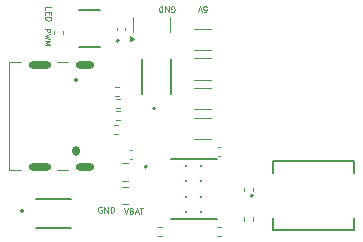
<source format=gto>
%TF.GenerationSoftware,KiCad,Pcbnew,8.0.6*%
%TF.CreationDate,2025-10-07T13:26:47+02:00*%
%TF.ProjectId,PCB WLED Spec 7,50434220-574c-4454-9420-537065632037,rev?*%
%TF.SameCoordinates,Original*%
%TF.FileFunction,Legend,Top*%
%TF.FilePolarity,Positive*%
%FSLAX46Y46*%
G04 Gerber Fmt 4.6, Leading zero omitted, Abs format (unit mm)*
G04 Created by KiCad (PCBNEW 8.0.6) date 2025-10-07 13:26:47*
%MOMM*%
%LPD*%
G01*
G04 APERTURE LIST*
%ADD10C,0.100000*%
%ADD11C,0.120000*%
%ADD12C,0.127000*%
%ADD13C,0.200000*%
%ADD14C,0.350000*%
%ADD15O,0.599999X0.849999*%
%ADD16O,1.600000X0.600000*%
%ADD17O,1.900000X0.600000*%
%ADD18C,0.200000*%
G04 APERTURE END LIST*
D10*
X182296390Y-70772931D02*
X182296390Y-70534836D01*
X182296390Y-70534836D02*
X182796390Y-70534836D01*
X182558295Y-70939598D02*
X182558295Y-71106265D01*
X182296390Y-71177693D02*
X182296390Y-70939598D01*
X182296390Y-70939598D02*
X182796390Y-70939598D01*
X182796390Y-70939598D02*
X182796390Y-71177693D01*
X182296390Y-71391979D02*
X182796390Y-71391979D01*
X182796390Y-71391979D02*
X182796390Y-71511027D01*
X182796390Y-71511027D02*
X182772580Y-71582455D01*
X182772580Y-71582455D02*
X182724961Y-71630074D01*
X182724961Y-71630074D02*
X182677342Y-71653884D01*
X182677342Y-71653884D02*
X182582104Y-71677693D01*
X182582104Y-71677693D02*
X182510676Y-71677693D01*
X182510676Y-71677693D02*
X182415438Y-71653884D01*
X182415438Y-71653884D02*
X182367819Y-71630074D01*
X182367819Y-71630074D02*
X182320200Y-71582455D01*
X182320200Y-71582455D02*
X182296390Y-71511027D01*
X182296390Y-71511027D02*
X182296390Y-71391979D01*
X182216390Y-72374836D02*
X182716390Y-72374836D01*
X182716390Y-72374836D02*
X182716390Y-72565312D01*
X182716390Y-72565312D02*
X182692580Y-72612931D01*
X182692580Y-72612931D02*
X182668771Y-72636741D01*
X182668771Y-72636741D02*
X182621152Y-72660550D01*
X182621152Y-72660550D02*
X182549723Y-72660550D01*
X182549723Y-72660550D02*
X182502104Y-72636741D01*
X182502104Y-72636741D02*
X182478295Y-72612931D01*
X182478295Y-72612931D02*
X182454485Y-72565312D01*
X182454485Y-72565312D02*
X182454485Y-72374836D01*
X182716390Y-72827217D02*
X182216390Y-72946265D01*
X182216390Y-72946265D02*
X182573533Y-73041503D01*
X182573533Y-73041503D02*
X182216390Y-73136741D01*
X182216390Y-73136741D02*
X182716390Y-73255789D01*
X182216390Y-73446265D02*
X182716390Y-73446265D01*
X182716390Y-73446265D02*
X182359247Y-73612932D01*
X182359247Y-73612932D02*
X182716390Y-73779598D01*
X182716390Y-73779598D02*
X182216390Y-73779598D01*
X188913408Y-87533609D02*
X189080074Y-88033609D01*
X189080074Y-88033609D02*
X189246741Y-87533609D01*
X189580074Y-87771704D02*
X189651502Y-87795514D01*
X189651502Y-87795514D02*
X189675312Y-87819323D01*
X189675312Y-87819323D02*
X189699121Y-87866942D01*
X189699121Y-87866942D02*
X189699121Y-87938371D01*
X189699121Y-87938371D02*
X189675312Y-87985990D01*
X189675312Y-87985990D02*
X189651502Y-88009800D01*
X189651502Y-88009800D02*
X189603883Y-88033609D01*
X189603883Y-88033609D02*
X189413407Y-88033609D01*
X189413407Y-88033609D02*
X189413407Y-87533609D01*
X189413407Y-87533609D02*
X189580074Y-87533609D01*
X189580074Y-87533609D02*
X189627693Y-87557419D01*
X189627693Y-87557419D02*
X189651502Y-87581228D01*
X189651502Y-87581228D02*
X189675312Y-87628847D01*
X189675312Y-87628847D02*
X189675312Y-87676466D01*
X189675312Y-87676466D02*
X189651502Y-87724085D01*
X189651502Y-87724085D02*
X189627693Y-87747895D01*
X189627693Y-87747895D02*
X189580074Y-87771704D01*
X189580074Y-87771704D02*
X189413407Y-87771704D01*
X189889598Y-87890752D02*
X190127693Y-87890752D01*
X189841979Y-88033609D02*
X190008645Y-87533609D01*
X190008645Y-87533609D02*
X190175312Y-88033609D01*
X190270550Y-87533609D02*
X190556264Y-87533609D01*
X190413407Y-88033609D02*
X190413407Y-87533609D01*
X195677068Y-70966390D02*
X195915163Y-70966390D01*
X195915163Y-70966390D02*
X195938972Y-70728295D01*
X195938972Y-70728295D02*
X195915163Y-70752104D01*
X195915163Y-70752104D02*
X195867544Y-70775914D01*
X195867544Y-70775914D02*
X195748496Y-70775914D01*
X195748496Y-70775914D02*
X195700877Y-70752104D01*
X195700877Y-70752104D02*
X195677068Y-70728295D01*
X195677068Y-70728295D02*
X195653258Y-70680676D01*
X195653258Y-70680676D02*
X195653258Y-70561628D01*
X195653258Y-70561628D02*
X195677068Y-70514009D01*
X195677068Y-70514009D02*
X195700877Y-70490200D01*
X195700877Y-70490200D02*
X195748496Y-70466390D01*
X195748496Y-70466390D02*
X195867544Y-70466390D01*
X195867544Y-70466390D02*
X195915163Y-70490200D01*
X195915163Y-70490200D02*
X195938972Y-70514009D01*
X195510401Y-70966390D02*
X195343735Y-70466390D01*
X195343735Y-70466390D02*
X195177068Y-70966390D01*
X187046741Y-87457419D02*
X186999122Y-87433609D01*
X186999122Y-87433609D02*
X186927693Y-87433609D01*
X186927693Y-87433609D02*
X186856265Y-87457419D01*
X186856265Y-87457419D02*
X186808646Y-87505038D01*
X186808646Y-87505038D02*
X186784836Y-87552657D01*
X186784836Y-87552657D02*
X186761027Y-87647895D01*
X186761027Y-87647895D02*
X186761027Y-87719323D01*
X186761027Y-87719323D02*
X186784836Y-87814561D01*
X186784836Y-87814561D02*
X186808646Y-87862180D01*
X186808646Y-87862180D02*
X186856265Y-87909800D01*
X186856265Y-87909800D02*
X186927693Y-87933609D01*
X186927693Y-87933609D02*
X186975312Y-87933609D01*
X186975312Y-87933609D02*
X187046741Y-87909800D01*
X187046741Y-87909800D02*
X187070550Y-87885990D01*
X187070550Y-87885990D02*
X187070550Y-87719323D01*
X187070550Y-87719323D02*
X186975312Y-87719323D01*
X187284836Y-87933609D02*
X187284836Y-87433609D01*
X187284836Y-87433609D02*
X187570550Y-87933609D01*
X187570550Y-87933609D02*
X187570550Y-87433609D01*
X187808646Y-87933609D02*
X187808646Y-87433609D01*
X187808646Y-87433609D02*
X187927694Y-87433609D01*
X187927694Y-87433609D02*
X187999122Y-87457419D01*
X187999122Y-87457419D02*
X188046741Y-87505038D01*
X188046741Y-87505038D02*
X188070551Y-87552657D01*
X188070551Y-87552657D02*
X188094360Y-87647895D01*
X188094360Y-87647895D02*
X188094360Y-87719323D01*
X188094360Y-87719323D02*
X188070551Y-87814561D01*
X188070551Y-87814561D02*
X188046741Y-87862180D01*
X188046741Y-87862180D02*
X187999122Y-87909800D01*
X187999122Y-87909800D02*
X187927694Y-87933609D01*
X187927694Y-87933609D02*
X187808646Y-87933609D01*
X192953258Y-70942580D02*
X193000877Y-70966390D01*
X193000877Y-70966390D02*
X193072306Y-70966390D01*
X193072306Y-70966390D02*
X193143734Y-70942580D01*
X193143734Y-70942580D02*
X193191353Y-70894961D01*
X193191353Y-70894961D02*
X193215163Y-70847342D01*
X193215163Y-70847342D02*
X193238972Y-70752104D01*
X193238972Y-70752104D02*
X193238972Y-70680676D01*
X193238972Y-70680676D02*
X193215163Y-70585438D01*
X193215163Y-70585438D02*
X193191353Y-70537819D01*
X193191353Y-70537819D02*
X193143734Y-70490200D01*
X193143734Y-70490200D02*
X193072306Y-70466390D01*
X193072306Y-70466390D02*
X193024687Y-70466390D01*
X193024687Y-70466390D02*
X192953258Y-70490200D01*
X192953258Y-70490200D02*
X192929449Y-70514009D01*
X192929449Y-70514009D02*
X192929449Y-70680676D01*
X192929449Y-70680676D02*
X193024687Y-70680676D01*
X192715163Y-70466390D02*
X192715163Y-70966390D01*
X192715163Y-70966390D02*
X192429449Y-70466390D01*
X192429449Y-70466390D02*
X192429449Y-70966390D01*
X192191353Y-70466390D02*
X192191353Y-70966390D01*
X192191353Y-70966390D02*
X192072305Y-70966390D01*
X192072305Y-70966390D02*
X192000877Y-70942580D01*
X192000877Y-70942580D02*
X191953258Y-70894961D01*
X191953258Y-70894961D02*
X191929448Y-70847342D01*
X191929448Y-70847342D02*
X191905639Y-70752104D01*
X191905639Y-70752104D02*
X191905639Y-70680676D01*
X191905639Y-70680676D02*
X191929448Y-70585438D01*
X191929448Y-70585438D02*
X191953258Y-70537819D01*
X191953258Y-70537819D02*
X192000877Y-70490200D01*
X192000877Y-70490200D02*
X192072305Y-70466390D01*
X192072305Y-70466390D02*
X192191353Y-70466390D01*
D11*
%TO.C,C15*%
X189261252Y-85765000D02*
X188738748Y-85765000D01*
X189261252Y-87235000D02*
X188738748Y-87235000D01*
%TO.C,R4*%
X188286370Y-79360363D02*
X188621612Y-79360363D01*
X188286370Y-80120363D02*
X188621612Y-80120363D01*
D12*
%TO.C,S1*%
X181500000Y-86750000D02*
X184500000Y-86750000D01*
X181500000Y-89250000D02*
X184500000Y-89250000D01*
D13*
X180400000Y-87800000D02*
G75*
G02*
X180200000Y-87800000I-100000J0D01*
G01*
X180200000Y-87800000D02*
G75*
G02*
X180400000Y-87800000I100000J0D01*
G01*
D11*
%TO.C,R2*%
X188090350Y-80560363D02*
X188397632Y-80560363D01*
X188090350Y-81320363D02*
X188397632Y-81320363D01*
%TO.C,C2*%
X183040000Y-72807836D02*
X183040000Y-72592164D01*
X183760000Y-72807836D02*
X183760000Y-72592164D01*
%TO.C,C13*%
X199140000Y-86107836D02*
X199140000Y-85892164D01*
X199860000Y-86107836D02*
X199860000Y-85892164D01*
%TO.C,D1*%
X189727500Y-72040000D02*
X189727500Y-71390000D01*
X189727500Y-72040000D02*
X189727500Y-72690000D01*
X192847500Y-72040000D02*
X192847500Y-71390000D01*
X192847500Y-72040000D02*
X192847500Y-72690000D01*
X189777500Y-73202500D02*
X189447500Y-73442500D01*
X189447500Y-72962500D01*
X189777500Y-73202500D01*
G36*
X189777500Y-73202500D02*
G01*
X189447500Y-73442500D01*
X189447500Y-72962500D01*
X189777500Y-73202500D01*
G37*
D12*
%TO.C,U2*%
X186900000Y-70801000D02*
X185100000Y-70801000D01*
X186900000Y-73959000D02*
X185100000Y-73959000D01*
D13*
X188500000Y-73380000D02*
G75*
G02*
X188300000Y-73380000I-100000J0D01*
G01*
X188300000Y-73380000D02*
G75*
G02*
X188500000Y-73380000I100000J0D01*
G01*
D11*
%TO.C,R10*%
X197153641Y-89120000D02*
X196846359Y-89120000D01*
X197153641Y-89880000D02*
X196846359Y-89880000D01*
%TO.C,R11*%
X191846359Y-89120000D02*
X192153641Y-89120000D01*
X191846359Y-89880000D02*
X192153641Y-89880000D01*
%TO.C,C14*%
X189627836Y-82640000D02*
X189412164Y-82640000D01*
X189627836Y-83360000D02*
X189412164Y-83360000D01*
%TO.C,J1*%
X179240000Y-75170000D02*
X179240000Y-84330000D01*
X180190000Y-75170000D02*
X179240000Y-75170000D01*
X180190000Y-84330000D02*
X179240000Y-84330000D01*
X184165000Y-75170000D02*
X183310000Y-75170000D01*
X184165000Y-84330000D02*
X183310000Y-84330000D01*
%TO.C,R3*%
X188286370Y-78360363D02*
X188621612Y-78360363D01*
X188286370Y-79120363D02*
X188621612Y-79120363D01*
%TO.C,C10*%
X196311252Y-74890000D02*
X194888748Y-74890000D01*
X196311252Y-76710000D02*
X194888748Y-76710000D01*
D12*
%TO.C,S2*%
X190430000Y-77920000D02*
X190430000Y-74920000D01*
X192930000Y-77920000D02*
X192930000Y-74920000D01*
D13*
X191580000Y-79120000D02*
G75*
G02*
X191380000Y-79120000I-100000J0D01*
G01*
X191380000Y-79120000D02*
G75*
G02*
X191580000Y-79120000I100000J0D01*
G01*
D12*
%TO.C,U3*%
X192900000Y-83425000D02*
X196800000Y-83425000D01*
X192900000Y-88475000D02*
X196800000Y-88475000D01*
D13*
X190880000Y-84045000D02*
G75*
G02*
X190680000Y-84045000I-100000J0D01*
G01*
X190680000Y-84045000D02*
G75*
G02*
X190880000Y-84045000I100000J0D01*
G01*
D11*
%TO.C,R1*%
X188503641Y-77310000D02*
X188196359Y-77310000D01*
X188503641Y-78070000D02*
X188196359Y-78070000D01*
D12*
%TO.C,D2*%
X201572500Y-83547500D02*
X201572500Y-84620000D01*
X201572500Y-89452500D02*
X201572500Y-88380000D01*
X201572500Y-89452500D02*
X208427500Y-89452500D01*
X208427500Y-83547500D02*
X201572500Y-83547500D01*
X208427500Y-84620000D02*
X208427500Y-83547500D01*
X208427500Y-89452500D02*
X208427500Y-88380000D01*
D13*
X199850000Y-86500000D02*
G75*
G02*
X199650000Y-86500000I-100000J0D01*
G01*
X199650000Y-86500000D02*
G75*
G02*
X199850000Y-86500000I100000J0D01*
G01*
D11*
%TO.C,C16*%
X189261252Y-83765000D02*
X188738748Y-83765000D01*
X189261252Y-85235000D02*
X188738748Y-85235000D01*
%TO.C,C9*%
X196336252Y-77390000D02*
X194913748Y-77390000D01*
X196336252Y-79210000D02*
X194913748Y-79210000D01*
%TO.C,C11*%
X196311252Y-72390000D02*
X194888748Y-72390000D01*
X196311252Y-74210000D02*
X194888748Y-74210000D01*
%TO.C,C1*%
X188340000Y-72292164D02*
X188340000Y-72507836D01*
X189060000Y-72292164D02*
X189060000Y-72507836D01*
%TO.C,R9*%
X199120000Y-88346359D02*
X199120000Y-88653641D01*
X199880000Y-88346359D02*
X199880000Y-88653641D01*
%TO.C,C8*%
X196311252Y-79890000D02*
X194888748Y-79890000D01*
X196311252Y-81710000D02*
X194888748Y-81710000D01*
%TO.C,C12*%
X196892164Y-82400000D02*
X197107836Y-82400000D01*
X196892164Y-83120000D02*
X197107836Y-83120000D01*
%TD*%
D14*
X184900000Y-76750000D03*
D15*
X184900000Y-82750000D03*
D16*
X185625000Y-75430000D03*
D17*
X181800000Y-75430000D03*
D16*
X185625000Y-84070000D03*
D17*
X181800000Y-84070000D03*
D18*
X194200000Y-84000000D03*
X195500000Y-84000000D03*
X194200000Y-85300000D03*
X195500000Y-85300000D03*
X194200000Y-86600000D03*
X195500000Y-86600000D03*
X194200000Y-87900000D03*
X195500000Y-87900000D03*
M02*

</source>
